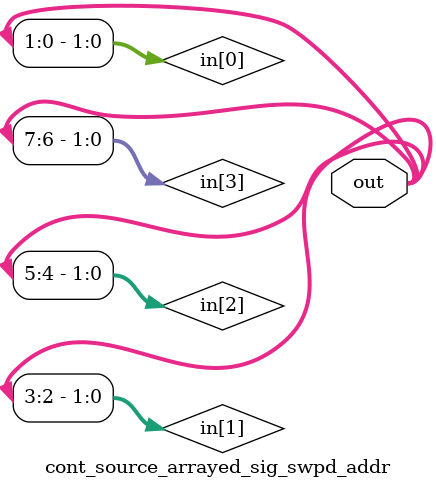
<source format=v>
module cont_source_arrayed_sig_swpd_addr(
	output [7:0] out
);
	
	wire [1:0] in [3:0];

	assign out[1:0] = in[0];
	assign out[3:2] = in[1];
	assign out[5:4] = in[2];
	assign out[7:6] = in[3];

endmodule

</source>
